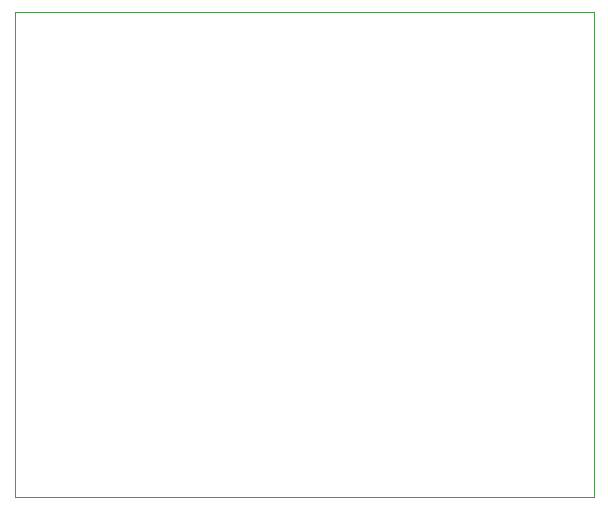
<source format=gbr>
G04 #@! TF.GenerationSoftware,KiCad,Pcbnew,(5.1.2-1)-1*
G04 #@! TF.CreationDate,2022-01-04T14:15:44-05:00*
G04 #@! TF.ProjectId,Utility LFO - CGS,5574696c-6974-4792-904c-464f202d2043,rev?*
G04 #@! TF.SameCoordinates,Original*
G04 #@! TF.FileFunction,Profile,NP*
%FSLAX46Y46*%
G04 Gerber Fmt 4.6, Leading zero omitted, Abs format (unit mm)*
G04 Created by KiCad (PCBNEW (5.1.2-1)-1) date 2022-01-04 14:15:44*
%MOMM*%
%LPD*%
G04 APERTURE LIST*
%ADD10C,0.050000*%
G04 APERTURE END LIST*
D10*
X61000000Y-12000000D02*
X12000000Y-12000000D01*
X61000000Y-53000000D02*
X61000000Y-12000000D01*
X12000000Y-53000000D02*
X61000000Y-53000000D01*
X12000000Y-12000000D02*
X12000000Y-53000000D01*
M02*

</source>
